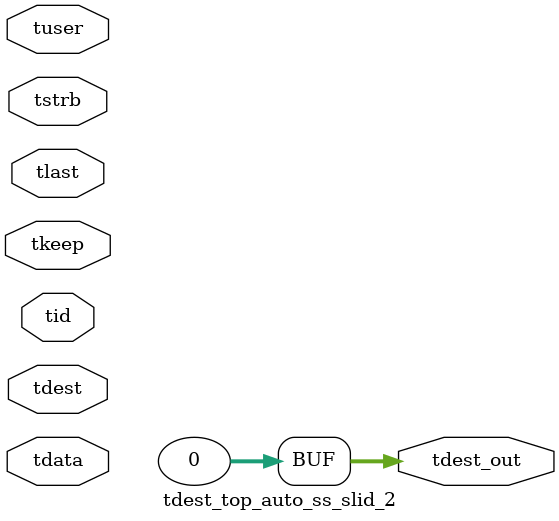
<source format=v>


`timescale 1ps/1ps

module tdest_top_auto_ss_slid_2 #
(
parameter C_S_AXIS_TDATA_WIDTH = 32,
parameter C_S_AXIS_TUSER_WIDTH = 0,
parameter C_S_AXIS_TID_WIDTH   = 0,
parameter C_S_AXIS_TDEST_WIDTH = 0,
parameter C_M_AXIS_TDEST_WIDTH = 32
)
(
input  [(C_S_AXIS_TDATA_WIDTH == 0 ? 1 : C_S_AXIS_TDATA_WIDTH)-1:0     ] tdata,
input  [(C_S_AXIS_TUSER_WIDTH == 0 ? 1 : C_S_AXIS_TUSER_WIDTH)-1:0     ] tuser,
input  [(C_S_AXIS_TID_WIDTH   == 0 ? 1 : C_S_AXIS_TID_WIDTH)-1:0       ] tid,
input  [(C_S_AXIS_TDEST_WIDTH == 0 ? 1 : C_S_AXIS_TDEST_WIDTH)-1:0     ] tdest,
input  [(C_S_AXIS_TDATA_WIDTH/8)-1:0 ] tkeep,
input  [(C_S_AXIS_TDATA_WIDTH/8)-1:0 ] tstrb,
input                                                                    tlast,
output [C_M_AXIS_TDEST_WIDTH-1:0] tdest_out
);

assign tdest_out = {3'b000};

endmodule


</source>
